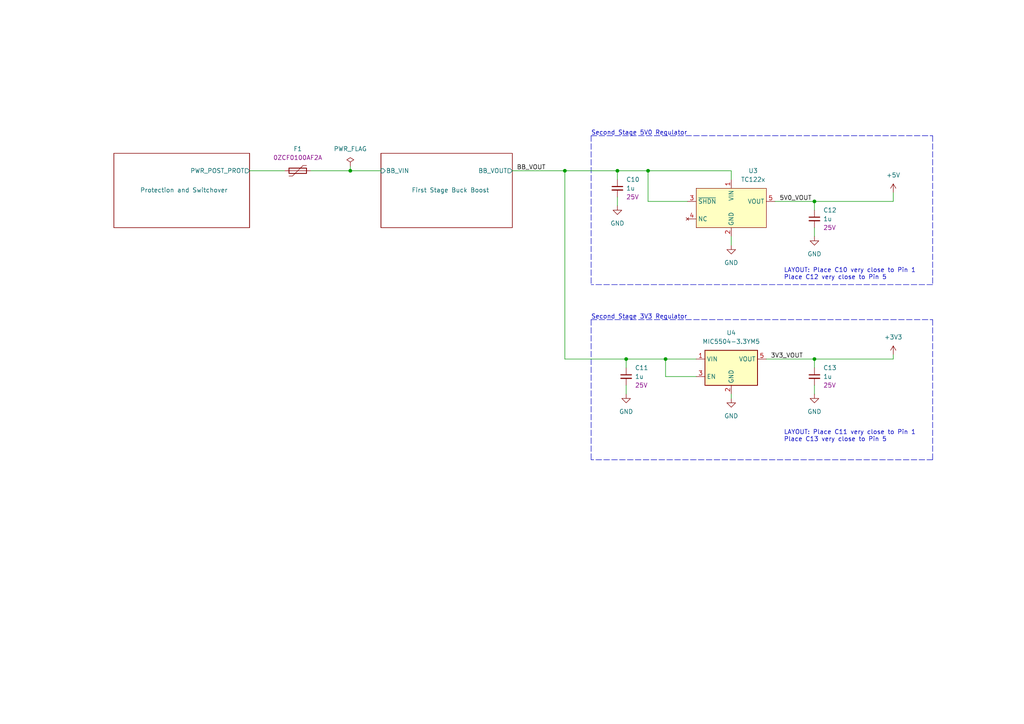
<source format=kicad_sch>
(kicad_sch (version 20211123) (generator eeschema)
  (paper "A4")
  (title_block (title "Car Logger") (date "2024-02-18") (rev "v1") (company "Johnny Cao"))
  (lib_symbols
    (symbol "Device:C_Small" (pin_numbers hide) (pin_names (offset 0.254) hide)
      (property "Reference" "C" (at 0.254 1.778 0))
      (property "Value" "C_Small" (at 0.254 -2.032 0))
      (symbol "C_Small_0_1"
        (polyline (pts (xy -1.524 -0.508) (xy 1.524 -0.508)) (stroke (width 0.3302)))
        (polyline (pts (xy -1.524 0.508) (xy 1.524 0.508)) (stroke (width 0.3048)))
      )
      (symbol "C_Small_1_1"
        (pin passive line (at 0 2.54 270) (length 2.032) (name "~") (number "1"))
        (pin passive line (at 0 -2.54 90) (length 2.032) (name "~") (number "2"))
      )
    )
    (symbol "Device:Polyfuse" (pin_numbers hide) (pin_names (offset 0))
      (property "Reference" "F" (at -2.54 0 90))
      (property "Value" "Polyfuse" (at 2.54 0 90))
      (symbol "Polyfuse_0_1"
        (rectangle (start -0.762 2.54) (end 0.762 -2.54) (stroke (width 0.254)))
        (polyline (pts (xy 0 2.54) (xy 0 -2.54)))
        (polyline (pts (xy -1.524 2.54) (xy -1.524 1.524) (xy 1.524 -1.524) (xy 1.524 -2.54)))
      )
      (symbol "Polyfuse_1_1"
        (pin passive line (at 0 3.81 270) (length 1.27) (name "~") (number "1"))
        (pin passive line (at 0 -3.81 90) (length 1.27) (name "~") (number "2"))
      )
    )
    (symbol "Regulator_Linear:MIC5504-3.3YM5"
      (property "Reference" "U" (at -7.62 8.89 0))
      (property "Value" "MIC5504-3.3YM5" (at -7.62 6.35 0))
      (symbol "MIC5504-3.3YM5_0_1"
        (rectangle (start -7.62 -5.08) (end 7.62 5.08) (stroke (width 0.254)) (fill (type background)))
      )
      (symbol "MIC5504-3.3YM5_1_1"
        (pin power_in line (at -10.16 2.54 0) (length 2.54) (name "VIN") (number "1"))
        (pin power_in line (at 0 -7.62 90) (length 2.54) (name "GND") (number "2"))
        (pin input line (at -10.16 -2.54 0) (length 2.54) (name "EN") (number "3"))
        (pin no_connect line (at 7.62 -2.54 180) (length 2.54) hide (name "NC") (number "4"))
        (pin power_out line (at 10.16 2.54 180) (length 2.54) (name "VOUT") (number "5"))
      )
    )
    (symbol "car-logger-lib:TC122x"
      (property "Reference" "U" (at 0 33.02 0))
      (property "Value" "TC122x" (at 0 30.48 0))
      (symbol "TC122x_0_0"
        (pin power_in line (at 0 8.89 270) (length 2.54) (name "VIN") (number "1"))
        (pin power_in line (at 0 -7.62 90) (length 2.54) (name "GND") (number "2"))
        (pin input line (at -12.7 2.54 0) (length 2.54) (name "~{SHDN}") (number "3"))
        (pin no_connect line (at -12.7 -2.54 0) (length 2.54) (name "NC") (number "4"))
        (pin power_out line (at 12.7 2.54 180) (length 2.54) (name "VOUT") (number "5"))
      )
      (symbol "TC122x_0_1"
        (rectangle (start -10.16 6.35) (end 10.16 -5.08) (fill (type background)))
      )
    )
    (symbol "power:+3V3" (power) (pin_names (offset 0))
      (property "Value" "+3V3" (at 0 3.556 0))
      (symbol "+3V3_0_1"
        (polyline (pts (xy -0.762 1.27) (xy 0 2.54)))
        (polyline (pts (xy 0 0) (xy 0 2.54)))
        (polyline (pts (xy 0 2.54) (xy 0.762 1.27)))
      )
      (symbol "+3V3_1_1"
        (pin power_in line (at 0 0 90) (length 0) hide (name "+3V3") (number "1"))
      )
    )
    (symbol "power:+5V" (power) (pin_names (offset 0))
      (property "Value" "+5V" (at 0 3.556 0))
      (symbol "+5V_0_1"
        (polyline (pts (xy -0.762 1.27) (xy 0 2.54)))
        (polyline (pts (xy 0 0) (xy 0 2.54)))
        (polyline (pts (xy 0 2.54) (xy 0.762 1.27)))
      )
      (symbol "+5V_1_1"
        (pin power_in line (at 0 0 90) (length 0) hide (name "+5V") (number "1"))
      )
    )
    (symbol "power:GND" (power) (pin_names (offset 0))
      (property "Value" "GND" (at 0 -3.81 0))
      (symbol "GND_0_1"
        (polyline (pts (xy 0 0) (xy 0 -1.27) (xy 1.27 -1.27) (xy 0 -2.54) (xy -1.27 -1.27) (xy 0 -1.27)))
      )
      (symbol "GND_1_1"
        (pin power_in line (at 0 0 270) (length 0) hide (name "GND") (number "1"))
      )
    )
    (symbol "power:PWR_FLAG" (power) (pin_numbers hide) (pin_names (offset 0) hide)
      (property "Value" "PWR_FLAG" (at 0 3.81 0))
      (symbol "PWR_FLAG_0_0"
        (pin power_out line (at 0 0 90) (length 0) (name "pwr") (number "1"))
      )
      (symbol "PWR_FLAG_0_1"
        (polyline (pts (xy 0 0) (xy 0 1.27) (xy -1.016 1.905) (xy 0 2.54) (xy 1.016 1.905) (xy 0 1.27)))
      )
    )
  )
  (junction (at 193.04 104.14))
  (junction (at 181.61 104.14))
  (junction (at 163.83 49.53))
  (junction (at 236.22 104.14))
  (junction (at 236.22 58.42))
  (junction (at 101.6 49.53))
  (junction (at 187.96 49.53))
  (junction (at 179.07 49.53))
  (wire (pts (xy 187.96 49.53) (xy 212.09 49.53)))
  (wire (pts (xy 236.22 104.14) (xy 236.22 106.68)))
  (wire (pts (xy 236.22 66.04) (xy 236.22 68.58)))
  (polyline (pts (xy 270.51 92.71) (xy 270.51 133.35)))
  (polyline (pts (xy 171.45 39.37) (xy 171.45 82.55)))
  (wire (pts (xy 212.09 68.58) (xy 212.09 71.12)))
  (polyline (pts (xy 171.45 92.71) (xy 270.51 92.71)))
  (polyline (pts (xy 171.45 92.71) (xy 171.45 133.35)))
  (polyline (pts (xy 270.51 133.35) (xy 171.45 133.35)))
  (wire (pts (xy 179.07 49.53) (xy 179.07 52.07)))
  (wire (pts (xy 101.6 48.26) (xy 101.6 49.53)))
  (wire (pts (xy 187.96 58.42) (xy 199.39 58.42)))
  (wire (pts (xy 72.39 49.53) (xy 82.55 49.53)))
  (wire (pts (xy 181.61 111.76) (xy 181.61 114.3)))
  (polyline (pts (xy 270.51 39.37) (xy 270.51 82.55)))
  (wire (pts (xy 222.25 104.14) (xy 236.22 104.14)))
  (wire (pts (xy 181.61 104.14) (xy 181.61 106.68)))
  (wire (pts (xy 236.22 111.76) (xy 236.22 114.3)))
  (polyline (pts (xy 270.51 82.55) (xy 171.45 82.55)))
  (wire (pts (xy 181.61 104.14) (xy 193.04 104.14)))
  (wire (pts (xy 201.93 109.22) (xy 193.04 109.22)))
  (wire (pts (xy 224.79 58.42) (xy 236.22 58.42)))
  (wire (pts (xy 236.22 104.14) (xy 259.08 104.14)))
  (wire (pts (xy 90.17 49.53) (xy 101.6 49.53)))
  (wire (pts (xy 179.07 49.53) (xy 187.96 49.53)))
  (wire (pts (xy 193.04 104.14) (xy 201.93 104.14)))
  (wire (pts (xy 193.04 109.22) (xy 193.04 104.14)))
  (wire (pts (xy 148.59 49.53) (xy 163.83 49.53)))
  (wire (pts (xy 179.07 57.15) (xy 179.07 59.69)))
  (wire (pts (xy 259.08 55.88) (xy 259.08 58.42)))
  (polyline (pts (xy 171.45 39.37) (xy 270.51 39.37)))
  (wire (pts (xy 163.83 49.53) (xy 163.83 104.14)))
  (wire (pts (xy 259.08 102.87) (xy 259.08 104.14)))
  (wire (pts (xy 236.22 58.42) (xy 236.22 60.96)))
  (wire (pts (xy 101.6 49.53) (xy 110.49 49.53)))
  (wire (pts (xy 212.09 114.3) (xy 212.09 115.57)))
  (wire (pts (xy 236.22 58.42) (xy 259.08 58.42)))
  (wire (pts (xy 212.09 49.53) (xy 212.09 52.07)))
  (wire (pts (xy 163.83 104.14) (xy 181.61 104.14)))
  (wire (pts (xy 163.83 49.53) (xy 179.07 49.53)))
  (wire (pts (xy 187.96 49.53) (xy 187.96 58.42)))
  (text "LAYOUT: Place C11 very close to Pin 1\nPlace C13 very close to Pin 5" (at 227.33 128.27 0) (effects (font (size 1.27 1.27)) (justify left bottom)))
  (text "Second Stage 3V3 Regulator" (at 171.45 92.71 0) (effects (font (size 1.27 1.27)) (justify left bottom)))
  (text "Second Stage 5V0 Regulator" (at 171.45 39.37 0) (effects (font (size 1.27 1.27)) (justify left bottom)))
  (text "LAYOUT: Place C10 very close to Pin 1\nPlace C12 very close to Pin 5" (at 227.33 81.28 0) (effects (font (size 1.27 1.27)) (justify left bottom)))
  (label "3V3_VOUT" (at 223.52 104.14 0))
  (label "BB_VOUT" (at 149.86 49.53 0))
  (label "5V0_VOUT" (at 226.06 58.42 0))
  (symbol (lib_id "Device:C_Small") (at 181.61 109.22 0) (unit 1)
    (property "Reference" "C11" (at 184.15 106.68 0) (effects (justify left)))
    (property "Value" "1u" (at 184.15 109.22 0) (effects (justify left)))
    (property "Footprint" "Capacitor_SMD:C_0603_1608Metric" (effects hide))
    (property "Rating" "25V" (at 184.15 111.7538 0) (effects (justify left)))
  )
  (symbol (lib_id "power:GND") (at 181.61 114.3 0) (unit 1)
    (property "Reference" "#PWR0121" (effects hide))
    (property "Value" "GND" (at 181.61 119.38 0))
  )
  (symbol (lib_id "power:GND") (at 212.09 71.12 0) (unit 1)
    (property "Reference" "#PWR0119" (effects hide))
    (property "Value" "GND" (at 212.09 76.2 0))
  )
  (symbol (lib_id "Device:C_Small") (at 179.07 54.61 0) (unit 1)
    (property "Reference" "C10" (at 181.61 52.07 0) (effects (justify left)))
    (property "Value" "1u" (at 181.61 54.61 0) (effects (justify left)))
    (property "Footprint" "Capacitor_SMD:C_0603_1608Metric" (effects hide))
    (property "Rating" "25V" (at 181.61 57.1438 0) (effects (justify left)))
  )
  (symbol (lib_id "power:+5V") (at 259.08 55.88 0) (unit 1)
    (property "Reference" "#PWR0118" (effects hide))
    (property "Value" "+5V" (at 259.08 50.8 0))
  )
  (symbol (lib_id "Regulator_Linear:MIC5504-3.3YM5") (at 212.09 106.68 0) (unit 1)
    (property "Reference" "U4" (at 212.09 96.52 0))
    (property "Value" "MIC5504-3.3YM5" (at 212.09 99.06 0))
    (property "Footprint" "Package_TO_SOT_SMD:SOT-23-5" (effects hide))
    (property "Datasheet" "http://ww1.microchip.com/downloads/en/DeviceDoc/MIC550X.pdf" (effects hide))
  )
  (symbol (lib_id "power:PWR_FLAG") (at 101.6 48.26 0) (unit 1)
    (property "Reference" "#FLG0102" (effects hide))
    (property "Value" "PWR_FLAG" (at 101.6 43.18 0))
  )
  (symbol (lib_id "power:GND") (at 179.07 59.69 0) (unit 1)
    (property "Reference" "#PWR0120" (effects hide))
    (property "Value" "GND" (at 179.07 64.77 0))
  )
  (symbol (lib_id "power:GND") (at 212.09 115.57 0) (unit 1)
    (property "Reference" "#PWR0124" (effects hide))
    (property "Value" "GND" (at 212.09 120.65 0))
  )
  (symbol (lib_id "Device:C_Small") (at 236.22 109.22 0) (unit 1)
    (property "Reference" "C13" (at 238.76 106.68 0) (effects (justify left)))
    (property "Value" "1u" (at 238.76 109.22 0) (effects (justify left)))
    (property "Footprint" "Capacitor_SMD:C_0603_1608Metric" (effects hide))
    (property "Rating" "25V" (at 238.76 111.7538 0) (effects (justify left)))
  )
  (symbol (lib_id "car-logger-lib:TC122x") (at 212.09 60.96 0) (unit 1)
    (property "Reference" "U3" (at 218.44 49.53 0))
    (property "Value" "TC122x" (at 218.44 52.07 0))
    (property "Footprint" "Package_TO_SOT_SMD:SOT-23-5" (effects hide))
    (property "Datasheet" "https://ww1.microchip.com/downloads/aemDocuments/documents/APID/ProductDocuments/DataSheets/21368C.pdf" (effects hide))
  )
  (symbol (lib_id "power:GND") (at 236.22 68.58 0) (unit 1)
    (property "Reference" "#PWR0117" (effects hide))
    (property "Value" "GND" (at 236.22 73.66 0))
  )
  (symbol (lib_id "power:GND") (at 236.22 114.3 0) (unit 1)
    (property "Reference" "#PWR0122" (effects hide))
    (property "Value" "GND" (at 236.22 119.38 0))
  )
  (symbol (lib_id "power:+3V3") (at 259.08 102.87 0) (unit 1)
    (property "Reference" "#PWR0123" (effects hide))
    (property "Value" "+3V3" (at 259.08 97.79 0))
  )
  (symbol (lib_id "Device:C_Small") (at 236.22 63.5 0) (unit 1)
    (property "Reference" "C12" (at 238.76 60.96 0) (effects (justify left)))
    (property "Value" "1u" (at 238.76 63.5 0) (effects (justify left)))
    (property "Footprint" "Capacitor_SMD:C_0603_1608Metric" (effects hide))
    (property "Rating" "25V" (at 238.76 66.0338 0) (effects (justify left)))
  )
  (symbol (lib_id "Device:Polyfuse") (at 86.36 49.53 90) (unit 1)
    (property "Reference" "F1" (at 86.36 43.18 90))
    (property "Value" "Polyfuse" (effects hide))
    (property "Footprint" "Fuse:Fuse_2920_7451Metric" (effects hide))
    (property "Part Number" "0ZCF0100AF2A" (at 86.36 45.72 90))
  )
  (sheet (at 110.49 44.45) (size 38.1 21.59) (stroke (width 0.1524))
    (property "Sheet name" "First Stage Buck Boost" (at 119.38 55.88 0) (effects (justify left bottom)))
    (property "Sheet file" "first-stage-buck-boost.kicad_sch" (effects hide))
    (pin "BB_VOUT" output (at 148.59 49.53 0))
    (pin "BB_VIN" input (at 110.49 49.53 180))
  )
  (sheet (at 33.02 44.45) (size 39.37 21.59) (stroke (width 0.1524))
    (property "Sheet name" "Protection and Switchover" (at 40.64 55.88 0) (effects (justify left bottom)))
    (property "Sheet file" "protection-and-switchover.kicad_sch" (effects hide))
    (pin "PWR_POST_PROT" output (at 72.39 49.53 0))
  )
)
</source>
